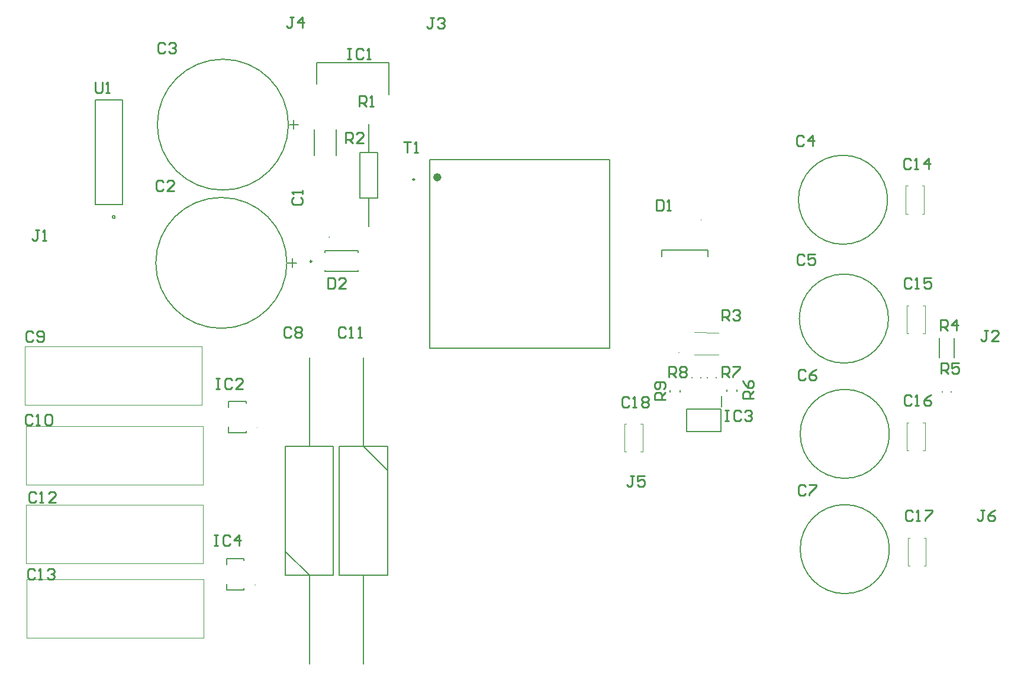
<source format=gto>
%TF.GenerationSoftware,Altium Limited,Altium Designer,23.3.1 (30)*%
G04 Layer_Color=65535*
%FSLAX26Y26*%
%MOIN*%
%TF.SameCoordinates,4932A310-E953-401E-A278-E884588CB871*%
%TF.FilePolarity,Positive*%
%TF.FileFunction,Legend,Top*%
%TF.Part,Single*%
G01*
G75*
%TA.AperFunction,NonConductor*%
%ADD45C,0.007874*%
%ADD46C,0.006000*%
%ADD47C,0.003937*%
%ADD48C,0.009842*%
%ADD49C,0.023622*%
%ADD50C,0.010000*%
D45*
X1886968Y2631457D02*
G03*
X1886968Y2631457I-1968J0D01*
G01*
X5040984Y871575D02*
G03*
X5040984Y871575I-250984J0D01*
G01*
Y1521575D02*
G03*
X5040984Y1521575I-250984J0D01*
G01*
X5035984Y2171575D02*
G03*
X5035984Y2171575I-250984J0D01*
G01*
X5030984Y2841575D02*
G03*
X5030984Y2841575I-250984J0D01*
G01*
X1418272Y1694943D02*
Y1704785D01*
X1319847D02*
X1418272D01*
X1319847Y1671321D02*
Y1704785D01*
X1418272Y1527620D02*
Y1537462D01*
X1319847Y1527620D02*
X1418272D01*
X1319847D02*
Y1561084D01*
X1861496Y2553071D02*
X2048504D01*
Y2436929D02*
Y2445787D01*
Y2544213D02*
Y2553071D01*
X1861496Y2436929D02*
X2048504D01*
X1861496D02*
Y2445787D01*
Y2544213D02*
Y2553071D01*
X2453110Y2003504D02*
Y3066496D01*
X3466890Y2003504D02*
Y3066496D01*
X2453110D02*
X3466890D01*
X2453110Y2003504D02*
X3466890D01*
X3807441Y1756693D02*
Y1766535D01*
X3862559Y1756693D02*
Y1766535D01*
X3979606Y1837141D02*
Y1842859D01*
X3930394Y1837141D02*
Y1842859D01*
X4064606Y1837141D02*
Y1842859D01*
X4015394Y1837141D02*
Y1842859D01*
X4182559Y1761693D02*
Y1771535D01*
X4127441Y1761693D02*
Y1771535D01*
X5340394Y1757141D02*
Y1762859D01*
X5389606Y1757141D02*
Y1762859D01*
X5407562Y1949643D02*
Y2060357D01*
X5322438Y1949643D02*
Y2060357D01*
X1927008Y3091252D02*
Y3238748D01*
X1802992Y3091252D02*
Y3238748D01*
X2110000Y2692795D02*
Y2852244D01*
Y3108150D02*
Y3267598D01*
X2060787Y3108150D02*
X2159213D01*
X2060787Y2852244D02*
Y3108150D01*
Y2852244D02*
X2159213D01*
Y3108150D01*
X1406142Y808740D02*
Y818583D01*
X1307716D02*
X1406142D01*
X1307716Y785118D02*
Y818583D01*
X1406142Y641417D02*
Y651260D01*
X1307716Y641417D02*
X1406142D01*
X1307716D02*
Y674882D01*
X4096575Y1675000D02*
Y1735039D01*
X3898543Y1661220D02*
X4091457D01*
X3898543Y1535236D02*
Y1661220D01*
Y1535236D02*
X4091457D01*
Y1661220D01*
X1814882Y3495000D02*
Y3615866D01*
X2224331D01*
Y3434764D02*
Y3615866D01*
X3760630Y2522047D02*
Y2559449D01*
X4020472D01*
Y2522047D02*
Y2559449D01*
X2080000Y223346D02*
Y723346D01*
Y1451693D02*
Y1951693D01*
Y1451693D02*
X2215827Y1315866D01*
X1944173Y1451693D02*
X2215827D01*
X1944173Y723346D02*
Y1451693D01*
Y723346D02*
X2215827D01*
Y1451693D01*
X1775000Y1451653D02*
Y1951653D01*
Y223307D02*
Y723307D01*
X1639173Y859134D02*
X1775000Y723307D01*
X1639173D02*
X1910827D01*
Y1451653D01*
X1639173D02*
X1910827D01*
X1639173Y723307D02*
Y1451653D01*
D46*
X1648065Y2485454D02*
G03*
X1648065Y2485454I-369000J0D01*
G01*
X681234Y2743951D02*
G03*
X681234Y2743951I-8000J0D01*
G01*
X1656638Y3265000D02*
G03*
X1656638Y3265000I-369000J0D01*
G01*
X1678065Y2460454D02*
Y2510454D01*
X1653065Y2485454D02*
X1703065D01*
X567844Y2813951D02*
X721844D01*
X567844D02*
Y3404951D01*
X721844D01*
Y2813951D02*
Y3404951D01*
X567844Y2818951D02*
Y3399951D01*
X1686638Y3240000D02*
Y3290000D01*
X1661638Y3265000D02*
X1711638D01*
D47*
X1479296Y1557147D02*
G03*
X1483233Y1557147I1968J0D01*
G01*
D02*
G03*
X1479296Y1557147I-1968J0D01*
G01*
X3853583Y1980000D02*
G03*
X3857520Y1980000I1968J0D01*
G01*
D02*
G03*
X3853583Y1980000I-1968J0D01*
G01*
X1467165Y670945D02*
G03*
X1471102Y670945I1968J0D01*
G01*
D02*
G03*
X1467165Y670945I-1968J0D01*
G01*
X3981102Y2730709D02*
G03*
X3981102Y2726772I0J-1968D01*
G01*
D02*
G03*
X3981102Y2730709I0J1968D01*
G01*
X174055Y1684646D02*
X1170118D01*
X174055D02*
Y2015354D01*
X1170118D01*
Y1684646D02*
Y2015354D01*
X1175118Y1234646D02*
Y1565354D01*
X179055D02*
X1175118D01*
X179055Y1234646D02*
Y1565354D01*
Y1234646D02*
X1175118D01*
X1175945Y789646D02*
Y1120354D01*
X179882D02*
X1175945D01*
X179882Y789646D02*
Y1120354D01*
Y789646D02*
X1175945D01*
X1180118Y369646D02*
Y700354D01*
X184055D02*
X1180118D01*
X184055Y369646D02*
Y700354D01*
Y369646D02*
X1180118D01*
X3639370Y1577165D02*
X3651181D01*
Y1419685D02*
Y1577165D01*
X3639370Y1419685D02*
X3651181D01*
X3548819Y1577165D02*
X3560630D01*
X3548819Y1419685D02*
Y1577165D01*
Y1419685D02*
X3560630D01*
X5144368Y777743D02*
X5156179D01*
X5144368D02*
Y935223D01*
X5156179D01*
X5234919Y777743D02*
X5246730D01*
Y935223D01*
X5234919D02*
X5246730D01*
X5138819Y1427835D02*
X5150630D01*
X5138819D02*
Y1585315D01*
X5150630D01*
X5229370Y1427835D02*
X5241181D01*
Y1585315D01*
X5229370D02*
X5241181D01*
X5138819Y2087835D02*
X5150630D01*
X5138819D02*
Y2245315D01*
X5150630D01*
X5229370Y2087835D02*
X5241181D01*
Y2245315D01*
X5229370D02*
X5241181D01*
X5133819Y2762835D02*
X5145630D01*
X5133819D02*
Y2920315D01*
X5145630D01*
X5224370Y2762835D02*
X5236181D01*
Y2920315D01*
X5224370D02*
X5236181D01*
X3944134Y1967008D02*
X4077992D01*
X3944134Y2092992D02*
X4077992Y2092520D01*
D48*
X1788661Y2494016D02*
G03*
X1788661Y2494016I-4921J0D01*
G01*
X2366890Y2956653D02*
G03*
X2366890Y2956653I-4921J0D01*
G01*
D49*
X2507244Y2968071D02*
G03*
X2507244Y2968071I-11811J0D01*
G01*
D50*
X1685006Y2855000D02*
X1675010Y2845003D01*
Y2825010D01*
X1685006Y2815013D01*
X1724994D01*
X1734990Y2825010D01*
Y2845003D01*
X1724994Y2855000D01*
X1734990Y2874994D02*
Y2894987D01*
Y2884990D01*
X1675010D01*
X1685006Y2874994D01*
X954317Y2940054D02*
X944320Y2950051D01*
X924326D01*
X914329Y2940054D01*
Y2900067D01*
X924326Y2890070D01*
X944320D01*
X954317Y2900067D01*
X1014297Y2890070D02*
X974310D01*
X1014297Y2930057D01*
Y2940054D01*
X1004300Y2950051D01*
X984307D01*
X974310Y2940054D01*
X5576987Y1089981D02*
X5556993D01*
X5566990D01*
Y1039997D01*
X5556993Y1030000D01*
X5546997D01*
X5537000Y1039997D01*
X5636968Y1089981D02*
X5616974Y1079984D01*
X5596981Y1059990D01*
Y1039997D01*
X5606977Y1030000D01*
X5626971D01*
X5636968Y1039997D01*
Y1049994D01*
X5626971Y1059990D01*
X5596981D01*
X3576987Y1721984D02*
X3566990Y1731981D01*
X3546997D01*
X3537000Y1721984D01*
Y1681997D01*
X3546997Y1672000D01*
X3566990D01*
X3576987Y1681997D01*
X3596981Y1672000D02*
X3616974D01*
X3606977D01*
Y1731981D01*
X3596981Y1721984D01*
X3646964D02*
X3656961Y1731981D01*
X3676955D01*
X3686952Y1721984D01*
Y1711987D01*
X3676955Y1701990D01*
X3686952Y1691994D01*
Y1681997D01*
X3676955Y1672000D01*
X3656961D01*
X3646964Y1681997D01*
Y1691994D01*
X3656961Y1701990D01*
X3646964Y1711987D01*
Y1721984D01*
X3656961Y1701990D02*
X3676955D01*
X5172987Y1079984D02*
X5162990Y1089981D01*
X5142997D01*
X5133000Y1079984D01*
Y1039997D01*
X5142997Y1030000D01*
X5162990D01*
X5172987Y1039997D01*
X5192981Y1030000D02*
X5212974D01*
X5202977D01*
Y1089981D01*
X5192981Y1079984D01*
X5242964Y1089981D02*
X5282952D01*
Y1079984D01*
X5242964Y1039997D01*
Y1030000D01*
X5166987Y1729984D02*
X5156990Y1739981D01*
X5136997D01*
X5127000Y1729984D01*
Y1689997D01*
X5136997Y1680000D01*
X5156990D01*
X5166987Y1689997D01*
X5186981Y1680000D02*
X5206974D01*
X5196977D01*
Y1739981D01*
X5186981Y1729984D01*
X5276952Y1739981D02*
X5256958Y1729984D01*
X5236964Y1709990D01*
Y1689997D01*
X5246961Y1680000D01*
X5266955D01*
X5276952Y1689997D01*
Y1699994D01*
X5266955Y1709990D01*
X5236964D01*
X5166987Y2389984D02*
X5156990Y2399981D01*
X5136997D01*
X5127000Y2389984D01*
Y2349997D01*
X5136997Y2340000D01*
X5156990D01*
X5166987Y2349997D01*
X5186981Y2340000D02*
X5206974D01*
X5196977D01*
Y2399981D01*
X5186981Y2389984D01*
X5276952Y2399981D02*
X5236964D01*
Y2369990D01*
X5256958Y2379987D01*
X5266955D01*
X5276952Y2369990D01*
Y2349997D01*
X5266955Y2340000D01*
X5246961D01*
X5236964Y2349997D01*
X5161987Y3064984D02*
X5151990Y3074981D01*
X5131997D01*
X5122000Y3064984D01*
Y3024997D01*
X5131997Y3015000D01*
X5151990D01*
X5161987Y3024997D01*
X5181981Y3015000D02*
X5201974D01*
X5191977D01*
Y3074981D01*
X5181981Y3064984D01*
X5261955Y3015000D02*
Y3074981D01*
X5231964Y3044990D01*
X5271952D01*
X3602987Y1285981D02*
X3582994D01*
X3592990D01*
Y1235997D01*
X3582994Y1226000D01*
X3572997D01*
X3563000Y1235997D01*
X3662968Y1285981D02*
X3622981D01*
Y1255990D01*
X3642974Y1265987D01*
X3652971D01*
X3662968Y1255990D01*
Y1235997D01*
X3652971Y1226000D01*
X3632977D01*
X3622981Y1235997D01*
X569000Y3502981D02*
Y3452997D01*
X578997Y3443000D01*
X598990D01*
X608987Y3452997D01*
Y3502981D01*
X628981Y3443000D02*
X648974D01*
X638977D01*
Y3502981D01*
X628981Y3492984D01*
X2305000Y3167981D02*
X2344987D01*
X2324994D01*
Y3108000D01*
X2364981D02*
X2384974D01*
X2374977D01*
Y3167981D01*
X2364981Y3157984D01*
X3779990Y1715016D02*
X3720010D01*
Y1745006D01*
X3730006Y1755003D01*
X3750000D01*
X3759997Y1745006D01*
Y1715016D01*
Y1735010D02*
X3779990Y1755003D01*
X3769994Y1774997D02*
X3779990Y1784994D01*
Y1804987D01*
X3769994Y1814984D01*
X3730006D01*
X3720010Y1804987D01*
Y1784994D01*
X3730006Y1774997D01*
X3740003D01*
X3750000Y1784994D01*
Y1814984D01*
X3800016Y1840010D02*
Y1899990D01*
X3830006D01*
X3840003Y1889994D01*
Y1870000D01*
X3830006Y1860003D01*
X3800016D01*
X3820010D02*
X3840003Y1840010D01*
X3859997Y1889994D02*
X3869994Y1899990D01*
X3889987D01*
X3899984Y1889994D01*
Y1879997D01*
X3889987Y1870000D01*
X3899984Y1860003D01*
Y1850006D01*
X3889987Y1840010D01*
X3869994D01*
X3859997Y1850006D01*
Y1860003D01*
X3869994Y1870000D01*
X3859997Y1879997D01*
Y1889994D01*
X3869994Y1870000D02*
X3889987D01*
X4100016Y1840010D02*
Y1899990D01*
X4130007D01*
X4140003Y1889994D01*
Y1870000D01*
X4130007Y1860003D01*
X4100016D01*
X4120010D02*
X4140003Y1840010D01*
X4159997Y1899990D02*
X4199984D01*
Y1889994D01*
X4159997Y1850006D01*
Y1840010D01*
X4274990Y1720016D02*
X4215010D01*
Y1750006D01*
X4225007Y1760003D01*
X4245000D01*
X4254997Y1750006D01*
Y1720016D01*
Y1740010D02*
X4274990Y1760003D01*
X4215010Y1819984D02*
X4225007Y1799990D01*
X4245000Y1779997D01*
X4264993D01*
X4274990Y1789994D01*
Y1809987D01*
X4264993Y1819984D01*
X4254997D01*
X4245000Y1809987D01*
Y1779997D01*
X5333000Y1861000D02*
Y1920981D01*
X5362990D01*
X5372987Y1910984D01*
Y1890990D01*
X5362990Y1880994D01*
X5333000D01*
X5352993D02*
X5372987Y1861000D01*
X5432968Y1920981D02*
X5392981D01*
Y1890990D01*
X5412974Y1900987D01*
X5422971D01*
X5432968Y1890990D01*
Y1870997D01*
X5422971Y1861000D01*
X5402977D01*
X5392981Y1870997D01*
X5329000Y2104000D02*
Y2163981D01*
X5358990D01*
X5368987Y2153984D01*
Y2133990D01*
X5358990Y2123994D01*
X5329000D01*
X5348993D02*
X5368987Y2104000D01*
X5418971D02*
Y2163981D01*
X5388981Y2133990D01*
X5428968D01*
X4100016Y2160010D02*
Y2219990D01*
X4130007D01*
X4140003Y2209994D01*
Y2190000D01*
X4130007Y2180003D01*
X4100016D01*
X4120010D02*
X4140003Y2160010D01*
X4159997Y2209994D02*
X4169994Y2219990D01*
X4189987D01*
X4199984Y2209994D01*
Y2199997D01*
X4189987Y2190000D01*
X4179990D01*
X4189987D01*
X4199984Y2180003D01*
Y2170006D01*
X4189987Y2160010D01*
X4169994D01*
X4159997Y2170006D01*
X1980016Y3160010D02*
Y3219990D01*
X2010006D01*
X2020003Y3209994D01*
Y3190000D01*
X2010006Y3180003D01*
X1980016D01*
X2000010D02*
X2020003Y3160010D01*
X2079984D02*
X2039997D01*
X2079984Y3199997D01*
Y3209994D01*
X2069987Y3219990D01*
X2049994D01*
X2039997Y3209994D01*
X2056000Y3369000D02*
Y3428981D01*
X2085990D01*
X2095987Y3418984D01*
Y3398990D01*
X2085990Y3388994D01*
X2056000D01*
X2075994D02*
X2095987Y3369000D01*
X2115981D02*
X2135974D01*
X2125977D01*
Y3428981D01*
X2115981Y3418984D01*
X1684987Y3871981D02*
X1664994D01*
X1674990D01*
Y3821997D01*
X1664994Y3812000D01*
X1654997D01*
X1645000Y3821997D01*
X1734971Y3812000D02*
Y3871981D01*
X1704981Y3841990D01*
X1744968D01*
X2476987Y3866981D02*
X2456994D01*
X2466990D01*
Y3816997D01*
X2456994Y3807000D01*
X2446997D01*
X2437000Y3816997D01*
X2496981Y3856984D02*
X2506977Y3866981D01*
X2526971D01*
X2536968Y3856984D01*
Y3846987D01*
X2526971Y3836990D01*
X2516974D01*
X2526971D01*
X2536968Y3826994D01*
Y3816997D01*
X2526971Y3807000D01*
X2506977D01*
X2496981Y3816997D01*
X5596987Y2102981D02*
X5576993D01*
X5586990D01*
Y2052997D01*
X5576993Y2043000D01*
X5566997D01*
X5557000Y2052997D01*
X5656968Y2043000D02*
X5616981D01*
X5656968Y2082987D01*
Y2092984D01*
X5646971Y2102981D01*
X5626977D01*
X5616981Y2092984D01*
X251987Y2671981D02*
X231994D01*
X241990D01*
Y2621997D01*
X231994Y2612000D01*
X221997D01*
X212000Y2621997D01*
X271981Y2612000D02*
X291974D01*
X281977D01*
Y2671981D01*
X271981Y2661984D01*
X1238000Y949981D02*
X1257994D01*
X1247997D01*
Y890000D01*
X1238000D01*
X1257994D01*
X1327971Y939984D02*
X1317974Y949981D01*
X1297981D01*
X1287984Y939984D01*
Y899997D01*
X1297981Y890000D01*
X1317974D01*
X1327971Y899997D01*
X1377955Y890000D02*
Y949981D01*
X1347964Y919990D01*
X1387951D01*
X4115024Y1654990D02*
X4135018D01*
X4125021D01*
Y1595010D01*
X4115024D01*
X4135018D01*
X4204995Y1644994D02*
X4194998Y1654990D01*
X4175005D01*
X4165008Y1644994D01*
Y1605006D01*
X4175005Y1595010D01*
X4194998D01*
X4204995Y1605006D01*
X4224989Y1644994D02*
X4234985Y1654990D01*
X4254979D01*
X4264976Y1644994D01*
Y1634997D01*
X4254979Y1625000D01*
X4244982D01*
X4254979D01*
X4264976Y1615003D01*
Y1605006D01*
X4254979Y1595010D01*
X4234985D01*
X4224989Y1605006D01*
X1250000Y1835981D02*
X1269994D01*
X1259997D01*
Y1776000D01*
X1250000D01*
X1269994D01*
X1339971Y1825984D02*
X1329974Y1835981D01*
X1309981D01*
X1299984Y1825984D01*
Y1785997D01*
X1309981Y1776000D01*
X1329974D01*
X1339971Y1785997D01*
X1399951Y1776000D02*
X1359964D01*
X1399951Y1815987D01*
Y1825984D01*
X1389955Y1835981D01*
X1369961D01*
X1359964Y1825984D01*
X1990021Y3694990D02*
X2010015D01*
X2000018D01*
Y3635010D01*
X1990021D01*
X2010015D01*
X2079992Y3684994D02*
X2069995Y3694990D01*
X2050002D01*
X2040005Y3684994D01*
Y3645006D01*
X2050002Y3635010D01*
X2069995D01*
X2079992Y3645006D01*
X2099985Y3635010D02*
X2119979D01*
X2109982D01*
Y3694990D01*
X2099985Y3684994D01*
X1880016Y2399990D02*
Y2340010D01*
X1910006D01*
X1920003Y2350006D01*
Y2389994D01*
X1910006Y2399990D01*
X1880016D01*
X1979984Y2340010D02*
X1939997D01*
X1979984Y2379997D01*
Y2389994D01*
X1969987Y2399990D01*
X1949994D01*
X1939997Y2389994D01*
X3729000Y2839981D02*
Y2780000D01*
X3758990D01*
X3768987Y2789997D01*
Y2829984D01*
X3758990Y2839981D01*
X3729000D01*
X3788981Y2780000D02*
X3808974D01*
X3798977D01*
Y2839981D01*
X3788981Y2829984D01*
X230011Y749994D02*
X220015Y759990D01*
X200021D01*
X190024Y749994D01*
Y710006D01*
X200021Y700010D01*
X220015D01*
X230011Y710006D01*
X250005Y700010D02*
X269998D01*
X260002D01*
Y759990D01*
X250005Y749994D01*
X299989D02*
X309986Y759990D01*
X329979D01*
X339976Y749994D01*
Y739997D01*
X329979Y730000D01*
X319982D01*
X329979D01*
X339976Y720003D01*
Y710006D01*
X329979Y700010D01*
X309986D01*
X299989Y710006D01*
X235011Y1184994D02*
X225015Y1194990D01*
X205021D01*
X195024Y1184994D01*
Y1145006D01*
X205021Y1135010D01*
X225015D01*
X235011Y1145006D01*
X255005Y1135010D02*
X274998D01*
X265002D01*
Y1194990D01*
X255005Y1184994D01*
X344976Y1135010D02*
X304989D01*
X344976Y1174997D01*
Y1184994D01*
X334979Y1194990D01*
X314986D01*
X304989Y1184994D01*
X1978987Y2114984D02*
X1968990Y2124981D01*
X1948997D01*
X1939000Y2114984D01*
Y2074997D01*
X1948997Y2065000D01*
X1968990D01*
X1978987Y2074997D01*
X1998981Y2065000D02*
X2018974D01*
X2008977D01*
Y2124981D01*
X1998981Y2114984D01*
X2048964Y2065000D02*
X2068958D01*
X2058961D01*
Y2124981D01*
X2048964Y2114984D01*
X215011Y1619994D02*
X205015Y1629990D01*
X185021D01*
X175024Y1619994D01*
Y1580006D01*
X185021Y1570010D01*
X205015D01*
X215011Y1580006D01*
X235005Y1570010D02*
X254998D01*
X245002D01*
Y1629990D01*
X235005Y1619994D01*
X284989D02*
X294986Y1629990D01*
X314979D01*
X324976Y1619994D01*
Y1580006D01*
X314979Y1570010D01*
X294986D01*
X284989Y1580006D01*
Y1619994D01*
X220003Y2089994D02*
X210006Y2099990D01*
X190013D01*
X180016Y2089994D01*
Y2050006D01*
X190013Y2040010D01*
X210006D01*
X220003Y2050006D01*
X239997D02*
X249994Y2040010D01*
X269987D01*
X279984Y2050006D01*
Y2089994D01*
X269987Y2099990D01*
X249994D01*
X239997Y2089994D01*
Y2079997D01*
X249994Y2070000D01*
X279984D01*
X1673987Y2114984D02*
X1663990Y2124981D01*
X1643997D01*
X1634000Y2114984D01*
Y2074997D01*
X1643997Y2065000D01*
X1663990D01*
X1673987Y2074997D01*
X1693981Y2114984D02*
X1703977Y2124981D01*
X1723971D01*
X1733968Y2114984D01*
Y2104987D01*
X1723971Y2094990D01*
X1733968Y2084994D01*
Y2074997D01*
X1723971Y2065000D01*
X1703977D01*
X1693981Y2074997D01*
Y2084994D01*
X1703977Y2094990D01*
X1693981Y2104987D01*
Y2114984D01*
X1703977Y2094990D02*
X1723971D01*
X4567987Y1222984D02*
X4557990Y1232981D01*
X4537997D01*
X4528000Y1222984D01*
Y1182997D01*
X4537997Y1173000D01*
X4557990D01*
X4567987Y1182997D01*
X4587981Y1232981D02*
X4627968D01*
Y1222984D01*
X4587981Y1182997D01*
Y1173000D01*
X4567987Y1872984D02*
X4557990Y1882981D01*
X4537997D01*
X4528000Y1872984D01*
Y1832997D01*
X4537997Y1823000D01*
X4557990D01*
X4567987Y1832997D01*
X4627968Y1882981D02*
X4607974Y1872984D01*
X4587981Y1852990D01*
Y1832997D01*
X4597977Y1823000D01*
X4617971D01*
X4627968Y1832997D01*
Y1842994D01*
X4617971Y1852990D01*
X4587981D01*
X4562987Y2522984D02*
X4552990Y2532981D01*
X4532997D01*
X4523000Y2522984D01*
Y2482997D01*
X4532997Y2473000D01*
X4552990D01*
X4562987Y2482997D01*
X4622968Y2532981D02*
X4582981D01*
Y2502990D01*
X4602974Y2512987D01*
X4612971D01*
X4622968Y2502990D01*
Y2482997D01*
X4612971Y2473000D01*
X4592977D01*
X4582981Y2482997D01*
X4557987Y3192984D02*
X4547990Y3202981D01*
X4527997D01*
X4518000Y3192984D01*
Y3152997D01*
X4527997Y3143000D01*
X4547990D01*
X4557987Y3152997D01*
X4607971Y3143000D02*
Y3202981D01*
X4577981Y3172990D01*
X4617968D01*
X962987Y3718984D02*
X952990Y3728981D01*
X932997D01*
X923000Y3718984D01*
Y3678997D01*
X932997Y3669000D01*
X952990D01*
X962987Y3678997D01*
X982981Y3718984D02*
X992977Y3728981D01*
X1012971D01*
X1022968Y3718984D01*
Y3708987D01*
X1012971Y3698990D01*
X1002974D01*
X1012971D01*
X1022968Y3688994D01*
Y3678997D01*
X1012971Y3669000D01*
X992977D01*
X982981Y3678997D01*
%TF.MD5,f1e63c3ae0942bb6b0597e9ad0ab30b1*%
M02*

</source>
